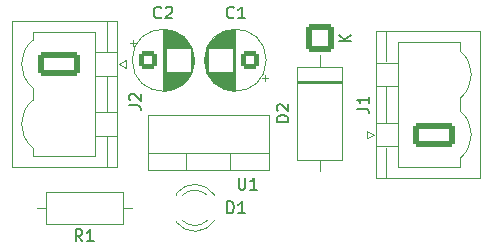
<source format=gto>
G04 #@! TF.GenerationSoftware,KiCad,Pcbnew,9.0.7-1.fc43*
G04 #@! TF.CreationDate,2026-02-20T23:12:53+05:30*
G04 #@! TF.ProjectId,7805 voltage regulator,37383035-2076-46f6-9c74-616765207265,rev?*
G04 #@! TF.SameCoordinates,Original*
G04 #@! TF.FileFunction,Legend,Top*
G04 #@! TF.FilePolarity,Positive*
%FSLAX46Y46*%
G04 Gerber Fmt 4.6, Leading zero omitted, Abs format (unit mm)*
G04 Created by KiCad (PCBNEW 9.0.7-1.fc43) date 2026-02-20 23:12:53*
%MOMM*%
%LPD*%
G01*
G04 APERTURE LIST*
G04 Aperture macros list*
%AMRoundRect*
0 Rectangle with rounded corners*
0 $1 Rounding radius*
0 $2 $3 $4 $5 $6 $7 $8 $9 X,Y pos of 4 corners*
0 Add a 4 corners polygon primitive as box body*
4,1,4,$2,$3,$4,$5,$6,$7,$8,$9,$2,$3,0*
0 Add four circle primitives for the rounded corners*
1,1,$1+$1,$2,$3*
1,1,$1+$1,$4,$5*
1,1,$1+$1,$6,$7*
1,1,$1+$1,$8,$9*
0 Add four rect primitives between the rounded corners*
20,1,$1+$1,$2,$3,$4,$5,0*
20,1,$1+$1,$4,$5,$6,$7,0*
20,1,$1+$1,$6,$7,$8,$9,0*
20,1,$1+$1,$8,$9,$2,$3,0*%
G04 Aperture macros list end*
%ADD10C,0.150000*%
%ADD11C,0.120000*%
%ADD12RoundRect,0.250001X-0.949999X0.949999X-0.949999X-0.949999X0.949999X-0.949999X0.949999X0.949999X0*%
%ADD13C,2.400000*%
%ADD14R,1.800000X1.800000*%
%ADD15C,1.800000*%
%ADD16RoundRect,0.249999X-1.550001X0.790001X-1.550001X-0.790001X1.550001X-0.790001X1.550001X0.790001X0*%
%ADD17O,3.600000X2.080000*%
%ADD18C,1.600000*%
%ADD19RoundRect,0.249999X1.550001X-0.790001X1.550001X0.790001X-1.550001X0.790001X-1.550001X-0.790001X0*%
%ADD20RoundRect,0.250000X0.550000X0.550000X-0.550000X0.550000X-0.550000X-0.550000X0.550000X-0.550000X0*%
%ADD21RoundRect,0.250000X-0.550000X-0.550000X0.550000X-0.550000X0.550000X0.550000X-0.550000X0.550000X0*%
%ADD22R,1.905000X2.000000*%
%ADD23O,1.905000X2.000000*%
G04 APERTURE END LIST*
D10*
X122954819Y-98738094D02*
X121954819Y-98738094D01*
X121954819Y-98738094D02*
X121954819Y-98499999D01*
X121954819Y-98499999D02*
X122002438Y-98357142D01*
X122002438Y-98357142D02*
X122097676Y-98261904D01*
X122097676Y-98261904D02*
X122192914Y-98214285D01*
X122192914Y-98214285D02*
X122383390Y-98166666D01*
X122383390Y-98166666D02*
X122526247Y-98166666D01*
X122526247Y-98166666D02*
X122716723Y-98214285D01*
X122716723Y-98214285D02*
X122811961Y-98261904D01*
X122811961Y-98261904D02*
X122907200Y-98357142D01*
X122907200Y-98357142D02*
X122954819Y-98499999D01*
X122954819Y-98499999D02*
X122954819Y-98738094D01*
X122050057Y-97785713D02*
X122002438Y-97738094D01*
X122002438Y-97738094D02*
X121954819Y-97642856D01*
X121954819Y-97642856D02*
X121954819Y-97404761D01*
X121954819Y-97404761D02*
X122002438Y-97309523D01*
X122002438Y-97309523D02*
X122050057Y-97261904D01*
X122050057Y-97261904D02*
X122145295Y-97214285D01*
X122145295Y-97214285D02*
X122240533Y-97214285D01*
X122240533Y-97214285D02*
X122383390Y-97261904D01*
X122383390Y-97261904D02*
X122954819Y-97833332D01*
X122954819Y-97833332D02*
X122954819Y-97214285D01*
X128254819Y-91911904D02*
X127254819Y-91911904D01*
X128254819Y-91340476D02*
X127683390Y-91769047D01*
X127254819Y-91340476D02*
X127826247Y-91911904D01*
X117761905Y-106454819D02*
X117761905Y-105454819D01*
X117761905Y-105454819D02*
X118000000Y-105454819D01*
X118000000Y-105454819D02*
X118142857Y-105502438D01*
X118142857Y-105502438D02*
X118238095Y-105597676D01*
X118238095Y-105597676D02*
X118285714Y-105692914D01*
X118285714Y-105692914D02*
X118333333Y-105883390D01*
X118333333Y-105883390D02*
X118333333Y-106026247D01*
X118333333Y-106026247D02*
X118285714Y-106216723D01*
X118285714Y-106216723D02*
X118238095Y-106311961D01*
X118238095Y-106311961D02*
X118142857Y-106407200D01*
X118142857Y-106407200D02*
X118000000Y-106454819D01*
X118000000Y-106454819D02*
X117761905Y-106454819D01*
X119285714Y-106454819D02*
X118714286Y-106454819D01*
X119000000Y-106454819D02*
X119000000Y-105454819D01*
X119000000Y-105454819D02*
X118904762Y-105597676D01*
X118904762Y-105597676D02*
X118809524Y-105692914D01*
X118809524Y-105692914D02*
X118714286Y-105740533D01*
X109454819Y-97333333D02*
X110169104Y-97333333D01*
X110169104Y-97333333D02*
X110311961Y-97380952D01*
X110311961Y-97380952D02*
X110407200Y-97476190D01*
X110407200Y-97476190D02*
X110454819Y-97619047D01*
X110454819Y-97619047D02*
X110454819Y-97714285D01*
X109550057Y-96904761D02*
X109502438Y-96857142D01*
X109502438Y-96857142D02*
X109454819Y-96761904D01*
X109454819Y-96761904D02*
X109454819Y-96523809D01*
X109454819Y-96523809D02*
X109502438Y-96428571D01*
X109502438Y-96428571D02*
X109550057Y-96380952D01*
X109550057Y-96380952D02*
X109645295Y-96333333D01*
X109645295Y-96333333D02*
X109740533Y-96333333D01*
X109740533Y-96333333D02*
X109883390Y-96380952D01*
X109883390Y-96380952D02*
X110454819Y-96952380D01*
X110454819Y-96952380D02*
X110454819Y-96333333D01*
X105513333Y-108824819D02*
X105180000Y-108348628D01*
X104941905Y-108824819D02*
X104941905Y-107824819D01*
X104941905Y-107824819D02*
X105322857Y-107824819D01*
X105322857Y-107824819D02*
X105418095Y-107872438D01*
X105418095Y-107872438D02*
X105465714Y-107920057D01*
X105465714Y-107920057D02*
X105513333Y-108015295D01*
X105513333Y-108015295D02*
X105513333Y-108158152D01*
X105513333Y-108158152D02*
X105465714Y-108253390D01*
X105465714Y-108253390D02*
X105418095Y-108301009D01*
X105418095Y-108301009D02*
X105322857Y-108348628D01*
X105322857Y-108348628D02*
X104941905Y-108348628D01*
X106465714Y-108824819D02*
X105894286Y-108824819D01*
X106180000Y-108824819D02*
X106180000Y-107824819D01*
X106180000Y-107824819D02*
X106084762Y-107967676D01*
X106084762Y-107967676D02*
X105989524Y-108062914D01*
X105989524Y-108062914D02*
X105894286Y-108110533D01*
X128754819Y-97593333D02*
X129469104Y-97593333D01*
X129469104Y-97593333D02*
X129611961Y-97640952D01*
X129611961Y-97640952D02*
X129707200Y-97736190D01*
X129707200Y-97736190D02*
X129754819Y-97879047D01*
X129754819Y-97879047D02*
X129754819Y-97974285D01*
X129754819Y-96593333D02*
X129754819Y-97164761D01*
X129754819Y-96879047D02*
X128754819Y-96879047D01*
X128754819Y-96879047D02*
X128897676Y-96974285D01*
X128897676Y-96974285D02*
X128992914Y-97069523D01*
X128992914Y-97069523D02*
X129040533Y-97164761D01*
X118333333Y-89859580D02*
X118285714Y-89907200D01*
X118285714Y-89907200D02*
X118142857Y-89954819D01*
X118142857Y-89954819D02*
X118047619Y-89954819D01*
X118047619Y-89954819D02*
X117904762Y-89907200D01*
X117904762Y-89907200D02*
X117809524Y-89811961D01*
X117809524Y-89811961D02*
X117761905Y-89716723D01*
X117761905Y-89716723D02*
X117714286Y-89526247D01*
X117714286Y-89526247D02*
X117714286Y-89383390D01*
X117714286Y-89383390D02*
X117761905Y-89192914D01*
X117761905Y-89192914D02*
X117809524Y-89097676D01*
X117809524Y-89097676D02*
X117904762Y-89002438D01*
X117904762Y-89002438D02*
X118047619Y-88954819D01*
X118047619Y-88954819D02*
X118142857Y-88954819D01*
X118142857Y-88954819D02*
X118285714Y-89002438D01*
X118285714Y-89002438D02*
X118333333Y-89050057D01*
X119285714Y-89954819D02*
X118714286Y-89954819D01*
X119000000Y-89954819D02*
X119000000Y-88954819D01*
X119000000Y-88954819D02*
X118904762Y-89097676D01*
X118904762Y-89097676D02*
X118809524Y-89192914D01*
X118809524Y-89192914D02*
X118714286Y-89240533D01*
X112183333Y-89859580D02*
X112135714Y-89907200D01*
X112135714Y-89907200D02*
X111992857Y-89954819D01*
X111992857Y-89954819D02*
X111897619Y-89954819D01*
X111897619Y-89954819D02*
X111754762Y-89907200D01*
X111754762Y-89907200D02*
X111659524Y-89811961D01*
X111659524Y-89811961D02*
X111611905Y-89716723D01*
X111611905Y-89716723D02*
X111564286Y-89526247D01*
X111564286Y-89526247D02*
X111564286Y-89383390D01*
X111564286Y-89383390D02*
X111611905Y-89192914D01*
X111611905Y-89192914D02*
X111659524Y-89097676D01*
X111659524Y-89097676D02*
X111754762Y-89002438D01*
X111754762Y-89002438D02*
X111897619Y-88954819D01*
X111897619Y-88954819D02*
X111992857Y-88954819D01*
X111992857Y-88954819D02*
X112135714Y-89002438D01*
X112135714Y-89002438D02*
X112183333Y-89050057D01*
X112564286Y-89050057D02*
X112611905Y-89002438D01*
X112611905Y-89002438D02*
X112707143Y-88954819D01*
X112707143Y-88954819D02*
X112945238Y-88954819D01*
X112945238Y-88954819D02*
X113040476Y-89002438D01*
X113040476Y-89002438D02*
X113088095Y-89050057D01*
X113088095Y-89050057D02*
X113135714Y-89145295D01*
X113135714Y-89145295D02*
X113135714Y-89240533D01*
X113135714Y-89240533D02*
X113088095Y-89383390D01*
X113088095Y-89383390D02*
X112516667Y-89954819D01*
X112516667Y-89954819D02*
X113135714Y-89954819D01*
X118738095Y-103454819D02*
X118738095Y-104264342D01*
X118738095Y-104264342D02*
X118785714Y-104359580D01*
X118785714Y-104359580D02*
X118833333Y-104407200D01*
X118833333Y-104407200D02*
X118928571Y-104454819D01*
X118928571Y-104454819D02*
X119119047Y-104454819D01*
X119119047Y-104454819D02*
X119214285Y-104407200D01*
X119214285Y-104407200D02*
X119261904Y-104359580D01*
X119261904Y-104359580D02*
X119309523Y-104264342D01*
X119309523Y-104264342D02*
X119309523Y-103454819D01*
X120309523Y-104454819D02*
X119738095Y-104454819D01*
X120023809Y-104454819D02*
X120023809Y-103454819D01*
X120023809Y-103454819D02*
X119928571Y-103597676D01*
X119928571Y-103597676D02*
X119833333Y-103692914D01*
X119833333Y-103692914D02*
X119738095Y-103740533D01*
D11*
G04 #@! TO.C,D2*
X125600000Y-93090000D02*
X125600000Y-94080000D01*
X125600000Y-102910000D02*
X125600000Y-101920000D01*
X127520000Y-95220000D02*
X123680000Y-95220000D01*
X127520000Y-95340000D02*
X123680000Y-95340000D01*
X127520000Y-95460000D02*
X123680000Y-95460000D01*
X127520000Y-94080000D02*
X123680000Y-94080000D01*
X123680000Y-101920000D01*
X127520000Y-101920000D01*
X127520000Y-94080000D01*
G04 #@! TO.C,D1*
X113470000Y-104764000D02*
X113470000Y-104920000D01*
X113470000Y-107080000D02*
X113470000Y-107236000D01*
X113470000Y-104764484D02*
G75*
G02*
X116701437Y-104920000I1560000J-1235516D01*
G01*
X113989039Y-104920000D02*
G75*
G02*
X116070961Y-104920000I1040961J-1080000D01*
G01*
X116070961Y-107080000D02*
G75*
G02*
X113989039Y-107080000I-1040961J1080000D01*
G01*
X116701437Y-107080000D02*
G75*
G02*
X113470000Y-107235516I-1671437J1080000D01*
G01*
G04 #@! TO.C,J2*
X101300000Y-91080000D02*
X106600000Y-91080000D01*
X101300000Y-91820000D02*
X101300000Y-91080000D01*
X101300000Y-95820000D02*
X101300000Y-96900000D01*
X101300000Y-101640000D02*
X101300000Y-100900000D01*
X106600000Y-91080000D02*
X106600000Y-101640000D01*
X106600000Y-101640000D02*
X101300000Y-101640000D01*
X107600000Y-90170000D02*
X107600000Y-92710000D01*
X107600000Y-94820000D02*
X107600000Y-97900000D01*
X107600000Y-102550000D02*
X107600000Y-100010000D01*
X108610000Y-93820000D02*
X109210000Y-93520000D01*
X109210000Y-93520000D02*
X109210000Y-94120000D01*
X109210000Y-94120000D02*
X108610000Y-93820000D01*
X108410000Y-90170000D02*
X99590000Y-90170000D01*
X99590000Y-102550000D01*
X108410000Y-102550000D01*
X108410000Y-90170000D01*
X108410000Y-92820000D02*
X106600000Y-92820000D01*
X106600000Y-94820000D01*
X108410000Y-94820000D01*
X108410000Y-92820000D01*
X108410000Y-97900000D02*
X106600000Y-97900000D01*
X106600000Y-99900000D01*
X108410000Y-99900000D01*
X108410000Y-97900000D01*
X101284179Y-95806842D02*
G75*
G02*
X101300000Y-91820000I1665821J1986842D01*
G01*
X101284179Y-100886842D02*
G75*
G02*
X101300000Y-96900000I1665821J1986842D01*
G01*
G04 #@! TO.C,R1*
X101640000Y-106000000D02*
X102410000Y-106000000D01*
X109720000Y-106000000D02*
X108950000Y-106000000D01*
X108950000Y-107370000D02*
X102410000Y-107370000D01*
X102410000Y-104630000D01*
X108950000Y-104630000D01*
X108950000Y-107370000D01*
G04 #@! TO.C,J1*
X129590000Y-99500000D02*
X130190000Y-99800000D01*
X129590000Y-100100000D02*
X129590000Y-99500000D01*
X130190000Y-99800000D02*
X129590000Y-100100000D01*
X131200000Y-91070000D02*
X131200000Y-93610000D01*
X131200000Y-98800000D02*
X131200000Y-95720000D01*
X131200000Y-103450000D02*
X131200000Y-100910000D01*
X132200000Y-91980000D02*
X137500000Y-91980000D01*
X132200000Y-102540000D02*
X132200000Y-91980000D01*
X137500000Y-91980000D02*
X137500000Y-92720000D01*
X137500000Y-97800000D02*
X137500000Y-96720000D01*
X137500000Y-101800000D02*
X137500000Y-102540000D01*
X137500000Y-102540000D02*
X132200000Y-102540000D01*
X130390000Y-95720000D02*
X132200000Y-95720000D01*
X132200000Y-93720000D01*
X130390000Y-93720000D01*
X130390000Y-95720000D01*
X130390000Y-100800000D02*
X132200000Y-100800000D01*
X132200000Y-98800000D01*
X130390000Y-98800000D01*
X130390000Y-100800000D01*
X130390000Y-103450000D02*
X139210000Y-103450000D01*
X139210000Y-91070000D01*
X130390000Y-91070000D01*
X130390000Y-103450000D01*
X137515821Y-92733158D02*
G75*
G02*
X137500000Y-96720000I-1665821J-1986842D01*
G01*
X137515821Y-97813158D02*
G75*
G02*
X137500000Y-101800000I-1665821J-1986842D01*
G01*
G04 #@! TO.C,C1*
X115855100Y-93783000D02*
X115855100Y-93217000D01*
X115895100Y-94017000D02*
X115895100Y-92983000D01*
X115935100Y-94177000D02*
X115935100Y-92823000D01*
X115975100Y-94305000D02*
X115975100Y-92695000D01*
X116015100Y-94414000D02*
X116015100Y-92586000D01*
X116055100Y-94511000D02*
X116055100Y-92489000D01*
X116095100Y-94598000D02*
X116095100Y-92402000D01*
X116135100Y-94677000D02*
X116135100Y-92323000D01*
X116175100Y-92460000D02*
X116175100Y-92249000D01*
X116175100Y-94751000D02*
X116175100Y-94540000D01*
X116215100Y-92460000D02*
X116215100Y-92181000D01*
X116215100Y-94819000D02*
X116215100Y-94540000D01*
X116255100Y-92460000D02*
X116255100Y-92117000D01*
X116255100Y-94883000D02*
X116255100Y-94540000D01*
X116295100Y-92460000D02*
X116295100Y-92057000D01*
X116295100Y-94943000D02*
X116295100Y-94540000D01*
X116335100Y-92460000D02*
X116335100Y-92001000D01*
X116335100Y-94999000D02*
X116335100Y-94540000D01*
X116375100Y-92460000D02*
X116375100Y-91947000D01*
X116375100Y-95053000D02*
X116375100Y-94540000D01*
X116415100Y-92460000D02*
X116415100Y-91896000D01*
X116415100Y-95104000D02*
X116415100Y-94540000D01*
X116455100Y-92460000D02*
X116455100Y-91848000D01*
X116455100Y-95152000D02*
X116455100Y-94540000D01*
X116495100Y-92460000D02*
X116495100Y-91801000D01*
X116495100Y-95199000D02*
X116495100Y-94540000D01*
X116535100Y-92460000D02*
X116535100Y-91757000D01*
X116535100Y-95243000D02*
X116535100Y-94540000D01*
X116575100Y-92460000D02*
X116575100Y-91715000D01*
X116575100Y-95285000D02*
X116575100Y-94540000D01*
X116615100Y-92460000D02*
X116615100Y-91675000D01*
X116615100Y-95325000D02*
X116615100Y-94540000D01*
X116655100Y-92460000D02*
X116655100Y-91636000D01*
X116655100Y-95364000D02*
X116655100Y-94540000D01*
X116695100Y-92460000D02*
X116695100Y-91599000D01*
X116695100Y-95401000D02*
X116695100Y-94540000D01*
X116735100Y-92460000D02*
X116735100Y-91564000D01*
X116735100Y-95436000D02*
X116735100Y-94540000D01*
X116775100Y-92460000D02*
X116775100Y-91530000D01*
X116775100Y-95470000D02*
X116775100Y-94540000D01*
X116815100Y-92460000D02*
X116815100Y-91497000D01*
X116815100Y-95503000D02*
X116815100Y-94540000D01*
X116855100Y-92460000D02*
X116855100Y-91465000D01*
X116855100Y-95535000D02*
X116855100Y-94540000D01*
X116895100Y-92460000D02*
X116895100Y-91435000D01*
X116895100Y-95565000D02*
X116895100Y-94540000D01*
X116935100Y-92460000D02*
X116935100Y-91406000D01*
X116935100Y-95594000D02*
X116935100Y-94540000D01*
X116975100Y-92460000D02*
X116975100Y-91378000D01*
X116975100Y-95622000D02*
X116975100Y-94540000D01*
X117015100Y-92460000D02*
X117015100Y-91351000D01*
X117015100Y-95649000D02*
X117015100Y-94540000D01*
X117055100Y-92460000D02*
X117055100Y-91325000D01*
X117055100Y-95675000D02*
X117055100Y-94540000D01*
X117095100Y-92460000D02*
X117095100Y-91301000D01*
X117095100Y-95699000D02*
X117095100Y-94540000D01*
X117135100Y-92460000D02*
X117135100Y-91277000D01*
X117135100Y-95723000D02*
X117135100Y-94540000D01*
X117175100Y-92460000D02*
X117175100Y-91254000D01*
X117175100Y-95746000D02*
X117175100Y-94540000D01*
X117215100Y-92460000D02*
X117215100Y-91232000D01*
X117215100Y-95768000D02*
X117215100Y-94540000D01*
X117255100Y-92460000D02*
X117255100Y-91211000D01*
X117255100Y-95789000D02*
X117255100Y-94540000D01*
X117295100Y-92460000D02*
X117295100Y-91191000D01*
X117295100Y-95809000D02*
X117295100Y-94540000D01*
X117335100Y-92460000D02*
X117335100Y-91171000D01*
X117335100Y-95829000D02*
X117335100Y-94540000D01*
X117375100Y-92460000D02*
X117375100Y-91153000D01*
X117375100Y-95847000D02*
X117375100Y-94540000D01*
X117415100Y-92460000D02*
X117415100Y-91135000D01*
X117415100Y-95865000D02*
X117415100Y-94540000D01*
X117455100Y-92460000D02*
X117455100Y-91118000D01*
X117455100Y-95882000D02*
X117455100Y-94540000D01*
X117495100Y-92460000D02*
X117495100Y-91102000D01*
X117495100Y-95898000D02*
X117495100Y-94540000D01*
X117535100Y-92460000D02*
X117535100Y-91087000D01*
X117535100Y-95913000D02*
X117535100Y-94540000D01*
X117575100Y-92460000D02*
X117575100Y-91072000D01*
X117575100Y-95928000D02*
X117575100Y-94540000D01*
X117615100Y-92460000D02*
X117615100Y-91058000D01*
X117615100Y-95942000D02*
X117615100Y-94540000D01*
X117655100Y-92460000D02*
X117655100Y-91045000D01*
X117655100Y-95955000D02*
X117655100Y-94540000D01*
X117695100Y-92460000D02*
X117695100Y-91033000D01*
X117695100Y-95967000D02*
X117695100Y-94540000D01*
X117735100Y-92460000D02*
X117735100Y-91021000D01*
X117735100Y-95979000D02*
X117735100Y-94540000D01*
X117775100Y-92460000D02*
X117775100Y-91010000D01*
X117775100Y-95990000D02*
X117775100Y-94540000D01*
X117815100Y-92460000D02*
X117815100Y-90999000D01*
X117815100Y-96001000D02*
X117815100Y-94540000D01*
X117855100Y-92460000D02*
X117855100Y-90990000D01*
X117855100Y-96010000D02*
X117855100Y-94540000D01*
X117895100Y-92460000D02*
X117895100Y-90981000D01*
X117895100Y-96019000D02*
X117895100Y-94540000D01*
X117935100Y-92460000D02*
X117935100Y-90972000D01*
X117935100Y-96028000D02*
X117935100Y-94540000D01*
X117975100Y-92460000D02*
X117975100Y-90964000D01*
X117975100Y-96036000D02*
X117975100Y-94540000D01*
X118015100Y-92460000D02*
X118015100Y-90957000D01*
X118015100Y-96043000D02*
X118015100Y-94540000D01*
X118055100Y-92460000D02*
X118055100Y-90951000D01*
X118055100Y-96049000D02*
X118055100Y-94540000D01*
X118095100Y-92460000D02*
X118095100Y-90945000D01*
X118095100Y-96055000D02*
X118095100Y-94540000D01*
X118135100Y-92460000D02*
X118135100Y-90940000D01*
X118135100Y-96060000D02*
X118135100Y-94540000D01*
X118175100Y-92460000D02*
X118175100Y-90935000D01*
X118175100Y-96065000D02*
X118175100Y-94540000D01*
X118215100Y-92460000D02*
X118215100Y-90931000D01*
X118215100Y-96069000D02*
X118215100Y-94540000D01*
X118255100Y-96072000D02*
X118255100Y-90928000D01*
X118295100Y-96075000D02*
X118295100Y-90925000D01*
X118335100Y-96077000D02*
X118335100Y-90923000D01*
X118375100Y-96079000D02*
X118375100Y-90921000D01*
X118415100Y-96080000D02*
X118415100Y-90920000D01*
X118455100Y-96080000D02*
X118455100Y-90920000D01*
X121009875Y-95225000D02*
X121009875Y-94725000D01*
X121259875Y-94975000D02*
X120759875Y-94975000D01*
X121075100Y-93500000D02*
G75*
G02*
X115835100Y-93500000I-2620000J0D01*
G01*
X115835100Y-93500000D02*
G75*
G02*
X121075100Y-93500000I2620000J0D01*
G01*
G04 #@! TO.C,C2*
X109545225Y-92025000D02*
X110045225Y-92025000D01*
X109795225Y-91775000D02*
X109795225Y-92275000D01*
X112350000Y-90920000D02*
X112350000Y-96080000D01*
X112390000Y-90920000D02*
X112390000Y-96080000D01*
X112430000Y-90921000D02*
X112430000Y-96079000D01*
X112470000Y-90923000D02*
X112470000Y-96077000D01*
X112510000Y-90925000D02*
X112510000Y-96075000D01*
X112550000Y-90928000D02*
X112550000Y-96072000D01*
X112590000Y-90931000D02*
X112590000Y-92460000D01*
X112590000Y-94540000D02*
X112590000Y-96069000D01*
X112630000Y-90935000D02*
X112630000Y-92460000D01*
X112630000Y-94540000D02*
X112630000Y-96065000D01*
X112670000Y-90940000D02*
X112670000Y-92460000D01*
X112670000Y-94540000D02*
X112670000Y-96060000D01*
X112710000Y-90945000D02*
X112710000Y-92460000D01*
X112710000Y-94540000D02*
X112710000Y-96055000D01*
X112750000Y-90951000D02*
X112750000Y-92460000D01*
X112750000Y-94540000D02*
X112750000Y-96049000D01*
X112790000Y-90957000D02*
X112790000Y-92460000D01*
X112790000Y-94540000D02*
X112790000Y-96043000D01*
X112830000Y-90964000D02*
X112830000Y-92460000D01*
X112830000Y-94540000D02*
X112830000Y-96036000D01*
X112870000Y-90972000D02*
X112870000Y-92460000D01*
X112870000Y-94540000D02*
X112870000Y-96028000D01*
X112910000Y-90981000D02*
X112910000Y-92460000D01*
X112910000Y-94540000D02*
X112910000Y-96019000D01*
X112950000Y-90990000D02*
X112950000Y-92460000D01*
X112950000Y-94540000D02*
X112950000Y-96010000D01*
X112990000Y-90999000D02*
X112990000Y-92460000D01*
X112990000Y-94540000D02*
X112990000Y-96001000D01*
X113030000Y-91010000D02*
X113030000Y-92460000D01*
X113030000Y-94540000D02*
X113030000Y-95990000D01*
X113070000Y-91021000D02*
X113070000Y-92460000D01*
X113070000Y-94540000D02*
X113070000Y-95979000D01*
X113110000Y-91033000D02*
X113110000Y-92460000D01*
X113110000Y-94540000D02*
X113110000Y-95967000D01*
X113150000Y-91045000D02*
X113150000Y-92460000D01*
X113150000Y-94540000D02*
X113150000Y-95955000D01*
X113190000Y-91058000D02*
X113190000Y-92460000D01*
X113190000Y-94540000D02*
X113190000Y-95942000D01*
X113230000Y-91072000D02*
X113230000Y-92460000D01*
X113230000Y-94540000D02*
X113230000Y-95928000D01*
X113270000Y-91087000D02*
X113270000Y-92460000D01*
X113270000Y-94540000D02*
X113270000Y-95913000D01*
X113310000Y-91102000D02*
X113310000Y-92460000D01*
X113310000Y-94540000D02*
X113310000Y-95898000D01*
X113350000Y-91118000D02*
X113350000Y-92460000D01*
X113350000Y-94540000D02*
X113350000Y-95882000D01*
X113390000Y-91135000D02*
X113390000Y-92460000D01*
X113390000Y-94540000D02*
X113390000Y-95865000D01*
X113430000Y-91153000D02*
X113430000Y-92460000D01*
X113430000Y-94540000D02*
X113430000Y-95847000D01*
X113470000Y-91171000D02*
X113470000Y-92460000D01*
X113470000Y-94540000D02*
X113470000Y-95829000D01*
X113510000Y-91191000D02*
X113510000Y-92460000D01*
X113510000Y-94540000D02*
X113510000Y-95809000D01*
X113550000Y-91211000D02*
X113550000Y-92460000D01*
X113550000Y-94540000D02*
X113550000Y-95789000D01*
X113590000Y-91232000D02*
X113590000Y-92460000D01*
X113590000Y-94540000D02*
X113590000Y-95768000D01*
X113630000Y-91254000D02*
X113630000Y-92460000D01*
X113630000Y-94540000D02*
X113630000Y-95746000D01*
X113670000Y-91277000D02*
X113670000Y-92460000D01*
X113670000Y-94540000D02*
X113670000Y-95723000D01*
X113710000Y-91301000D02*
X113710000Y-92460000D01*
X113710000Y-94540000D02*
X113710000Y-95699000D01*
X113750000Y-91325000D02*
X113750000Y-92460000D01*
X113750000Y-94540000D02*
X113750000Y-95675000D01*
X113790000Y-91351000D02*
X113790000Y-92460000D01*
X113790000Y-94540000D02*
X113790000Y-95649000D01*
X113830000Y-91378000D02*
X113830000Y-92460000D01*
X113830000Y-94540000D02*
X113830000Y-95622000D01*
X113870000Y-91406000D02*
X113870000Y-92460000D01*
X113870000Y-94540000D02*
X113870000Y-95594000D01*
X113910000Y-91435000D02*
X113910000Y-92460000D01*
X113910000Y-94540000D02*
X113910000Y-95565000D01*
X113950000Y-91465000D02*
X113950000Y-92460000D01*
X113950000Y-94540000D02*
X113950000Y-95535000D01*
X113990000Y-91497000D02*
X113990000Y-92460000D01*
X113990000Y-94540000D02*
X113990000Y-95503000D01*
X114030000Y-91530000D02*
X114030000Y-92460000D01*
X114030000Y-94540000D02*
X114030000Y-95470000D01*
X114070000Y-91564000D02*
X114070000Y-92460000D01*
X114070000Y-94540000D02*
X114070000Y-95436000D01*
X114110000Y-91599000D02*
X114110000Y-92460000D01*
X114110000Y-94540000D02*
X114110000Y-95401000D01*
X114150000Y-91636000D02*
X114150000Y-92460000D01*
X114150000Y-94540000D02*
X114150000Y-95364000D01*
X114190000Y-91675000D02*
X114190000Y-92460000D01*
X114190000Y-94540000D02*
X114190000Y-95325000D01*
X114230000Y-91715000D02*
X114230000Y-92460000D01*
X114230000Y-94540000D02*
X114230000Y-95285000D01*
X114270000Y-91757000D02*
X114270000Y-92460000D01*
X114270000Y-94540000D02*
X114270000Y-95243000D01*
X114310000Y-91801000D02*
X114310000Y-92460000D01*
X114310000Y-94540000D02*
X114310000Y-95199000D01*
X114350000Y-91848000D02*
X114350000Y-92460000D01*
X114350000Y-94540000D02*
X114350000Y-95152000D01*
X114390000Y-91896000D02*
X114390000Y-92460000D01*
X114390000Y-94540000D02*
X114390000Y-95104000D01*
X114430000Y-91947000D02*
X114430000Y-92460000D01*
X114430000Y-94540000D02*
X114430000Y-95053000D01*
X114470000Y-92001000D02*
X114470000Y-92460000D01*
X114470000Y-94540000D02*
X114470000Y-94999000D01*
X114510000Y-92057000D02*
X114510000Y-92460000D01*
X114510000Y-94540000D02*
X114510000Y-94943000D01*
X114550000Y-92117000D02*
X114550000Y-92460000D01*
X114550000Y-94540000D02*
X114550000Y-94883000D01*
X114590000Y-92181000D02*
X114590000Y-92460000D01*
X114590000Y-94540000D02*
X114590000Y-94819000D01*
X114630000Y-92249000D02*
X114630000Y-92460000D01*
X114630000Y-94540000D02*
X114630000Y-94751000D01*
X114670000Y-92323000D02*
X114670000Y-94677000D01*
X114710000Y-92402000D02*
X114710000Y-94598000D01*
X114750000Y-92489000D02*
X114750000Y-94511000D01*
X114790000Y-92586000D02*
X114790000Y-94414000D01*
X114830000Y-92695000D02*
X114830000Y-94305000D01*
X114870000Y-92823000D02*
X114870000Y-94177000D01*
X114910000Y-92983000D02*
X114910000Y-94017000D01*
X114950000Y-93217000D02*
X114950000Y-93783000D01*
X114970000Y-93500000D02*
G75*
G02*
X109730000Y-93500000I-2620000J0D01*
G01*
X109730000Y-93500000D02*
G75*
G02*
X114970000Y-93500000I2620000J0D01*
G01*
G04 #@! TO.C,U1*
X111050000Y-98140000D02*
X121270000Y-98140000D01*
X111050000Y-102760000D02*
X111050000Y-98140000D01*
X114310000Y-102760000D02*
X114310000Y-101380000D01*
X118010000Y-102760000D02*
X118010000Y-101380000D01*
X121270000Y-98140000D02*
X121270000Y-102760000D01*
X121270000Y-101380000D02*
X111050000Y-101380000D01*
X121270000Y-102760000D02*
X111050000Y-102760000D01*
G04 #@! TD*
%LPC*%
D12*
G04 #@! TO.C,D2*
X125600000Y-91650000D03*
D13*
X125600000Y-104350000D03*
G04 #@! TD*
D14*
G04 #@! TO.C,D1*
X113760000Y-106000000D03*
D15*
X116300000Y-106000000D03*
G04 #@! TD*
D16*
G04 #@! TO.C,J2*
X103500000Y-93820000D03*
D17*
X103500000Y-98900000D03*
G04 #@! TD*
D18*
G04 #@! TO.C,R1*
X110760000Y-106000000D03*
X100600000Y-106000000D03*
G04 #@! TD*
D19*
G04 #@! TO.C,J1*
X135300000Y-99800000D03*
D17*
X135300000Y-94720000D03*
G04 #@! TD*
D20*
G04 #@! TO.C,C1*
X119705100Y-93500000D03*
D18*
X117205100Y-93500000D03*
G04 #@! TD*
D21*
G04 #@! TO.C,C2*
X111100000Y-93500000D03*
D18*
X113600000Y-93500000D03*
G04 #@! TD*
D22*
G04 #@! TO.C,U1*
X118700000Y-99500000D03*
D23*
X116160000Y-99500000D03*
X113620000Y-99500000D03*
G04 #@! TD*
%LPD*%
M02*

</source>
